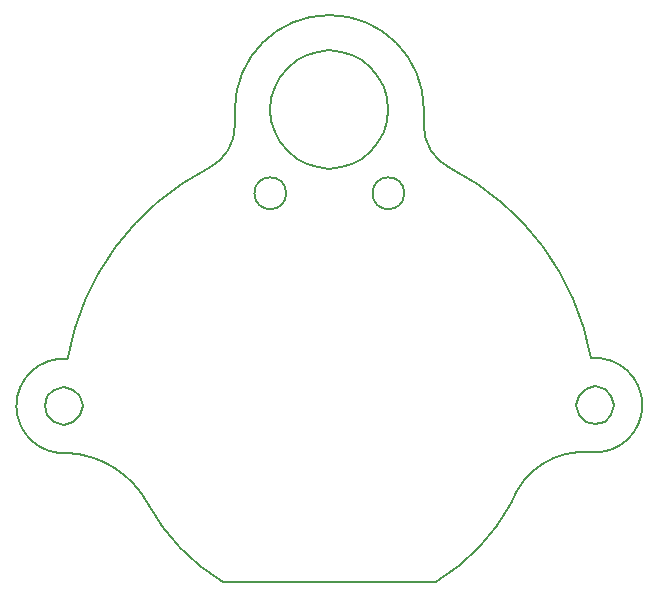
<source format=gbr>
G04 DipTrace 2.4.0.2*
%INBoardOutline.gbr*%
%MOIN*%
%ADD11C,0.0055*%
%FSLAX44Y44*%
G04*
G70*
G90*
G75*
G01*
%LNBoardOutline*%
%LPD*%
X-3150Y9878D2*
D11*
G02X3149Y9878I3150J0D01*
G01*
Y9338D1*
G03X4011Y7934I1574J0D01*
G01*
G02X8720Y1593I-4011J-7898D01*
G01*
G02X8716Y-1545I138J-1569D01*
G01*
G03X6061Y-3239I-232J-2562D01*
G01*
G02X3549Y-5870I-6062J3275D01*
G01*
X-3549D1*
G02X-6052Y-3257I3547J5904D01*
G01*
G03X-8712Y-1570I-2848J-1549D01*
G01*
G02X-8725Y1567I-147J1568D01*
G01*
G02X-4011Y7934I8725J-1532D01*
G01*
G03X-3150Y9338I-713J1404D01*
G01*
Y9878D1*
X8228Y24D2*
X8313Y339D1*
X8543Y569D1*
X8858Y654D1*
X9173Y569D1*
X9404Y339D1*
X9488Y24D1*
X9404Y-291D1*
X9173Y-522D1*
X8858Y-606D1*
X8543Y-522D1*
X8313Y-291D1*
X8228Y24D1*
X-9488Y-2D2*
X-9404Y313D1*
X-9173Y543D1*
X-8858Y628D1*
X-8543Y543D1*
X-8313Y313D1*
X-8228Y-2D1*
X-8313Y-317D1*
X-8543Y-548D1*
X-8858Y-632D1*
X-9173Y-548D1*
X-9404Y-317D1*
X-9488Y-2D1*
X-1969Y9878D2*
X-1931Y10262D1*
X-1819Y10632D1*
X-1637Y10972D1*
X-1392Y11270D1*
X-1094Y11515D1*
X-753Y11697D1*
X-384Y11809D1*
X0Y11847D1*
X384Y11809D1*
X753Y11697D1*
X1093Y11515D1*
X1392Y11270D1*
X1637Y10972D1*
X1819Y10632D1*
X1931Y10262D1*
X1968Y9878D1*
X1931Y9494D1*
X1819Y9125D1*
X1637Y8785D1*
X1392Y8486D1*
X1093Y8241D1*
X753Y8060D1*
X384Y7948D1*
X0Y7910D1*
X-384Y7948D1*
X-753Y8060D1*
X-1094Y8241D1*
X-1392Y8486D1*
X-1637Y8785D1*
X-1819Y9125D1*
X-1931Y9494D1*
X-1969Y9878D1*
X-2500Y7087D2*
G02X-2500Y7087I531J0D01*
G01*
X1437D2*
G02X1437Y7087I531J0D01*
G01*
M02*

</source>
